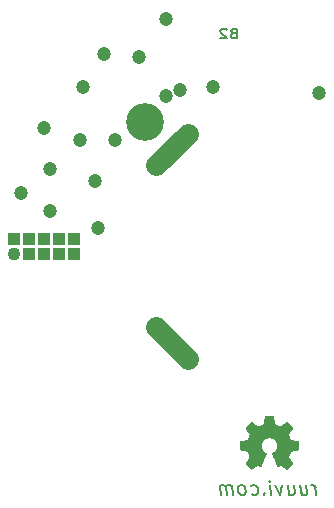
<source format=gbs>
G04 #@! TF.FileFunction,Soldermask,Bot*
%FSLAX46Y46*%
G04 Gerber Fmt 4.6, Leading zero omitted, Abs format (unit mm)*
G04 Created by KiCad (PCBNEW 4.0.1-stable) date 2016 January 16, Saturday 00:12:44*
%MOMM*%
G01*
G04 APERTURE LIST*
%ADD10C,0.020000*%
%ADD11C,0.150000*%
%ADD12C,0.200000*%
%ADD13C,0.010000*%
%ADD14C,1.200000*%
%ADD15C,3.200000*%
%ADD16C,1.100000*%
%ADD17R,1.000000X1.000000*%
%ADD18C,1.800000*%
G04 APERTURE END LIST*
D10*
D11*
X19474285Y-4712857D02*
X19345714Y-4750952D01*
X19302857Y-4789048D01*
X19260000Y-4865238D01*
X19260000Y-4979524D01*
X19302857Y-5055714D01*
X19345714Y-5093810D01*
X19431428Y-5131905D01*
X19774285Y-5131905D01*
X19774285Y-4331905D01*
X19474285Y-4331905D01*
X19388571Y-4370000D01*
X19345714Y-4408095D01*
X19302857Y-4484286D01*
X19302857Y-4560476D01*
X19345714Y-4636667D01*
X19388571Y-4674762D01*
X19474285Y-4712857D01*
X19774285Y-4712857D01*
X18917142Y-4408095D02*
X18874285Y-4370000D01*
X18788571Y-4331905D01*
X18574285Y-4331905D01*
X18488571Y-4370000D01*
X18445714Y-4408095D01*
X18402857Y-4484286D01*
X18402857Y-4560476D01*
X18445714Y-4674762D01*
X18960000Y-5131905D01*
X18402857Y-5131905D01*
D12*
X26525000Y-43792857D02*
X26425000Y-42992857D01*
X26453572Y-43221429D02*
X26382143Y-43107143D01*
X26317857Y-43050000D01*
X26196428Y-42992857D01*
X26082143Y-42992857D01*
X25167857Y-42992857D02*
X25267857Y-43792857D01*
X25682143Y-42992857D02*
X25760715Y-43621429D01*
X25717857Y-43735714D01*
X25610714Y-43792857D01*
X25439286Y-43792857D01*
X25317857Y-43735714D01*
X25253571Y-43678571D01*
X24082143Y-42992857D02*
X24182143Y-43792857D01*
X24596429Y-42992857D02*
X24675001Y-43621429D01*
X24632143Y-43735714D01*
X24525000Y-43792857D01*
X24353572Y-43792857D01*
X24232143Y-43735714D01*
X24167857Y-43678571D01*
X23625000Y-42992857D02*
X23439286Y-43792857D01*
X23053572Y-42992857D01*
X22696429Y-43792857D02*
X22596429Y-42992857D01*
X22546429Y-42592857D02*
X22610715Y-42650000D01*
X22560715Y-42707143D01*
X22496429Y-42650000D01*
X22546429Y-42592857D01*
X22560715Y-42707143D01*
X22110714Y-43678571D02*
X22060714Y-43735714D01*
X22125000Y-43792857D01*
X22175000Y-43735714D01*
X22110714Y-43678571D01*
X22125000Y-43792857D01*
X21032142Y-43735714D02*
X21153571Y-43792857D01*
X21382142Y-43792857D01*
X21489285Y-43735714D01*
X21539285Y-43678571D01*
X21582143Y-43564286D01*
X21539286Y-43221429D01*
X21467857Y-43107143D01*
X21403571Y-43050000D01*
X21282142Y-42992857D01*
X21053571Y-42992857D01*
X20946428Y-43050000D01*
X20353571Y-43792857D02*
X20460714Y-43735714D01*
X20510714Y-43678571D01*
X20553572Y-43564286D01*
X20510715Y-43221429D01*
X20439286Y-43107143D01*
X20375000Y-43050000D01*
X20253571Y-42992857D01*
X20082143Y-42992857D01*
X19975000Y-43050000D01*
X19925000Y-43107143D01*
X19882143Y-43221429D01*
X19925000Y-43564286D01*
X19996428Y-43678571D01*
X20060714Y-43735714D01*
X20182143Y-43792857D01*
X20353571Y-43792857D01*
X19439286Y-43792857D02*
X19339286Y-42992857D01*
X19353572Y-43107143D02*
X19289286Y-43050000D01*
X19167857Y-42992857D01*
X18996429Y-42992857D01*
X18889286Y-43050000D01*
X18846429Y-43164286D01*
X18925000Y-43792857D01*
X18846429Y-43164286D02*
X18775000Y-43050000D01*
X18653571Y-42992857D01*
X18482143Y-42992857D01*
X18375000Y-43050000D01*
X18332143Y-43164286D01*
X18410714Y-43792857D01*
D13*
G36*
X22433027Y-37158510D02*
X22371871Y-37158693D01*
X22318569Y-37158997D01*
X22273255Y-37159420D01*
X22236067Y-37159958D01*
X22207138Y-37160612D01*
X22186606Y-37161378D01*
X22174606Y-37162256D01*
X22171412Y-37162902D01*
X22164870Y-37169889D01*
X22159471Y-37181364D01*
X22158784Y-37183704D01*
X22157284Y-37190646D01*
X22154331Y-37205472D01*
X22150061Y-37227451D01*
X22144615Y-37255853D01*
X22138129Y-37289948D01*
X22130744Y-37329007D01*
X22122597Y-37372299D01*
X22113826Y-37419096D01*
X22104571Y-37468667D01*
X22097106Y-37508782D01*
X22086086Y-37568010D01*
X22076517Y-37619231D01*
X22068267Y-37663052D01*
X22061208Y-37700079D01*
X22055208Y-37730921D01*
X22050137Y-37756184D01*
X22045866Y-37776476D01*
X22042265Y-37792403D01*
X22039202Y-37804574D01*
X22036547Y-37813595D01*
X22034172Y-37820074D01*
X22031945Y-37824618D01*
X22029736Y-37827834D01*
X22028384Y-37829359D01*
X22019129Y-37836247D01*
X22003452Y-37844948D01*
X21983228Y-37854482D01*
X21968387Y-37860719D01*
X21953612Y-37866681D01*
X21931904Y-37875489D01*
X21904436Y-37886665D01*
X21872381Y-37899731D01*
X21836908Y-37914210D01*
X21799192Y-37929625D01*
X21760402Y-37945496D01*
X21746758Y-37951083D01*
X21704189Y-37968478D01*
X21668939Y-37982768D01*
X21640244Y-37994227D01*
X21617342Y-38003129D01*
X21599471Y-38009746D01*
X21585867Y-38014352D01*
X21575769Y-38017221D01*
X21568413Y-38018625D01*
X21563037Y-38018839D01*
X21559374Y-38018269D01*
X21553480Y-38015236D01*
X21540983Y-38007623D01*
X21522485Y-37995827D01*
X21498588Y-37980250D01*
X21469894Y-37961291D01*
X21437004Y-37939348D01*
X21400520Y-37914823D01*
X21361045Y-37888114D01*
X21319180Y-37859621D01*
X21278476Y-37831767D01*
X21224199Y-37794594D01*
X21176735Y-37762231D01*
X21135735Y-37734451D01*
X21100849Y-37711023D01*
X21071728Y-37691718D01*
X21048021Y-37676308D01*
X21029379Y-37664563D01*
X21015452Y-37656253D01*
X21005890Y-37651150D01*
X21000344Y-37649024D01*
X20999510Y-37648931D01*
X20996403Y-37649649D01*
X20991912Y-37652068D01*
X20985623Y-37656581D01*
X20977119Y-37663582D01*
X20965984Y-37673468D01*
X20951802Y-37686631D01*
X20934158Y-37703467D01*
X20912636Y-37724369D01*
X20886818Y-37749734D01*
X20856291Y-37779954D01*
X20820636Y-37815425D01*
X20779440Y-37856541D01*
X20757608Y-37878364D01*
X20714263Y-37921731D01*
X20676722Y-37959358D01*
X20644575Y-37991678D01*
X20617416Y-38019125D01*
X20594836Y-38042133D01*
X20576426Y-38061138D01*
X20561780Y-38076572D01*
X20550488Y-38088870D01*
X20542142Y-38098466D01*
X20536335Y-38105795D01*
X20532659Y-38111290D01*
X20530704Y-38115386D01*
X20530064Y-38118517D01*
X20530172Y-38120321D01*
X20532975Y-38126113D01*
X20540388Y-38138492D01*
X20552012Y-38156857D01*
X20567451Y-38180608D01*
X20586308Y-38209145D01*
X20608185Y-38241867D01*
X20632686Y-38278174D01*
X20659412Y-38317465D01*
X20687968Y-38359141D01*
X20693390Y-38367022D01*
X20729606Y-38419620D01*
X20761182Y-38465486D01*
X20788436Y-38505106D01*
X20811684Y-38538971D01*
X20831245Y-38567568D01*
X20847434Y-38591386D01*
X20860570Y-38610912D01*
X20870968Y-38626636D01*
X20878947Y-38639046D01*
X20884823Y-38648630D01*
X20888914Y-38655877D01*
X20891537Y-38661274D01*
X20893008Y-38665311D01*
X20893645Y-38668475D01*
X20893765Y-38671255D01*
X20893685Y-38674139D01*
X20893669Y-38675456D01*
X20891939Y-38682860D01*
X20887009Y-38697343D01*
X20879268Y-38717993D01*
X20869107Y-38743899D01*
X20856915Y-38774150D01*
X20843081Y-38807836D01*
X20827995Y-38844044D01*
X20812047Y-38881865D01*
X20795625Y-38920387D01*
X20779121Y-38958699D01*
X20762924Y-38995891D01*
X20747422Y-39031050D01*
X20733006Y-39063267D01*
X20720065Y-39091630D01*
X20708990Y-39115228D01*
X20700169Y-39133150D01*
X20693992Y-39144485D01*
X20691653Y-39147813D01*
X20687810Y-39151334D01*
X20682870Y-39154538D01*
X20675989Y-39157629D01*
X20666328Y-39160808D01*
X20653044Y-39164278D01*
X20635296Y-39168242D01*
X20612242Y-39172902D01*
X20583041Y-39178460D01*
X20546850Y-39185118D01*
X20505224Y-39192649D01*
X20490130Y-39195389D01*
X20468350Y-39199374D01*
X20441809Y-39204248D01*
X20412432Y-39209660D01*
X20382145Y-39215254D01*
X20376034Y-39216385D01*
X20342634Y-39222562D01*
X20303564Y-39229778D01*
X20261769Y-39237492D01*
X20220193Y-39245158D01*
X20181782Y-39252235D01*
X20172972Y-39253857D01*
X20136408Y-39260676D01*
X20107522Y-39266313D01*
X20085350Y-39271023D01*
X20068930Y-39275061D01*
X20057300Y-39278682D01*
X20049497Y-39282143D01*
X20044559Y-39285697D01*
X20042179Y-39288543D01*
X20041642Y-39293620D01*
X20041151Y-39306616D01*
X20040707Y-39326692D01*
X20040310Y-39353006D01*
X20039962Y-39384721D01*
X20039663Y-39420996D01*
X20039414Y-39460991D01*
X20039216Y-39503867D01*
X20039070Y-39548785D01*
X20038976Y-39594904D01*
X20038935Y-39641385D01*
X20038949Y-39687388D01*
X20039018Y-39732074D01*
X20039143Y-39774603D01*
X20039324Y-39814135D01*
X20039563Y-39849830D01*
X20039860Y-39880850D01*
X20040217Y-39906354D01*
X20040633Y-39925503D01*
X20041110Y-39937457D01*
X20041532Y-39941263D01*
X20047562Y-39949294D01*
X20051855Y-39952389D01*
X20057350Y-39953858D01*
X20070740Y-39956771D01*
X20091307Y-39960987D01*
X20118330Y-39966368D01*
X20151090Y-39972773D01*
X20188870Y-39980063D01*
X20230949Y-39988096D01*
X20276608Y-39996734D01*
X20325128Y-40005836D01*
X20355890Y-40011568D01*
X20405870Y-40020886D01*
X20453479Y-40029815D01*
X20497992Y-40038214D01*
X20538684Y-40045945D01*
X20574828Y-40052869D01*
X20605699Y-40058845D01*
X20630573Y-40063735D01*
X20648722Y-40067399D01*
X20659422Y-40069698D01*
X20661972Y-40070367D01*
X20672784Y-40076725D01*
X20678907Y-40082230D01*
X20681811Y-40087686D01*
X20687635Y-40100546D01*
X20696073Y-40120073D01*
X20706817Y-40145529D01*
X20719561Y-40176176D01*
X20733997Y-40211277D01*
X20749818Y-40250093D01*
X20766719Y-40291887D01*
X20783297Y-40333184D01*
X20804829Y-40387165D01*
X20823190Y-40433541D01*
X20838558Y-40472798D01*
X20851115Y-40505424D01*
X20861041Y-40531904D01*
X20868517Y-40552726D01*
X20873724Y-40568375D01*
X20876842Y-40579338D01*
X20878052Y-40586101D01*
X20877979Y-40588164D01*
X20874929Y-40594518D01*
X20867095Y-40607631D01*
X20854743Y-40627104D01*
X20838140Y-40652542D01*
X20817551Y-40683546D01*
X20793244Y-40719720D01*
X20765485Y-40760666D01*
X20734540Y-40805988D01*
X20700676Y-40855287D01*
X20664159Y-40908167D01*
X20637543Y-40946552D01*
X20611132Y-40984643D01*
X20589343Y-41016255D01*
X20571755Y-41042071D01*
X20557950Y-41062773D01*
X20547505Y-41079044D01*
X20540001Y-41091565D01*
X20535016Y-41101020D01*
X20532132Y-41108091D01*
X20530926Y-41113461D01*
X20530980Y-41117811D01*
X20531205Y-41119154D01*
X20533164Y-41123233D01*
X20538127Y-41130008D01*
X20546432Y-41139829D01*
X20558415Y-41153046D01*
X20574414Y-41170008D01*
X20594765Y-41191065D01*
X20619806Y-41216567D01*
X20649874Y-41246863D01*
X20685305Y-41282303D01*
X20726438Y-41323238D01*
X20760403Y-41356934D01*
X20797518Y-41393649D01*
X20832943Y-41428564D01*
X20866170Y-41461185D01*
X20896690Y-41491020D01*
X20923997Y-41517576D01*
X20947582Y-41540361D01*
X20966937Y-41558883D01*
X20981554Y-41572648D01*
X20990927Y-41581164D01*
X20994446Y-41583930D01*
X21003924Y-41583921D01*
X21011963Y-41581161D01*
X21017293Y-41577800D01*
X21029191Y-41569930D01*
X21047001Y-41557995D01*
X21070067Y-41542440D01*
X21097734Y-41523708D01*
X21129345Y-41502243D01*
X21164244Y-41478490D01*
X21201776Y-41452893D01*
X21241286Y-41425895D01*
X21243138Y-41424629D01*
X21283142Y-41397265D01*
X21321516Y-41371019D01*
X21357559Y-41346369D01*
X21390569Y-41323795D01*
X21419847Y-41303776D01*
X21444692Y-41286790D01*
X21464403Y-41273316D01*
X21478280Y-41263835D01*
X21485586Y-41258848D01*
X21495365Y-41252454D01*
X21504196Y-41247867D01*
X21513066Y-41245354D01*
X21522962Y-41245185D01*
X21534873Y-41247626D01*
X21549785Y-41252947D01*
X21568686Y-41261414D01*
X21592563Y-41273297D01*
X21622405Y-41288863D01*
X21649968Y-41303475D01*
X21678939Y-41318696D01*
X21705780Y-41332465D01*
X21729416Y-41344256D01*
X21748772Y-41353545D01*
X21762775Y-41359807D01*
X21770350Y-41362516D01*
X21770957Y-41362586D01*
X21777992Y-41361656D01*
X21783633Y-41357811D01*
X21789145Y-41349469D01*
X21795790Y-41335047D01*
X21798913Y-41327552D01*
X21803044Y-41317534D01*
X21810352Y-41299854D01*
X21820659Y-41274943D01*
X21833789Y-41243229D01*
X21849562Y-41205140D01*
X21867802Y-41161107D01*
X21888330Y-41111559D01*
X21910969Y-41056924D01*
X21935541Y-40997631D01*
X21961868Y-40934111D01*
X21989772Y-40866792D01*
X22019075Y-40796102D01*
X22049600Y-40722472D01*
X22051112Y-40718827D01*
X22079558Y-40650199D01*
X22104824Y-40589199D01*
X22127094Y-40535370D01*
X22146552Y-40488254D01*
X22163381Y-40447393D01*
X22177766Y-40412329D01*
X22189891Y-40382604D01*
X22199940Y-40357759D01*
X22208096Y-40337338D01*
X22214545Y-40320882D01*
X22219469Y-40307933D01*
X22223052Y-40298034D01*
X22225479Y-40290725D01*
X22226934Y-40285550D01*
X22227601Y-40282050D01*
X22227664Y-40279767D01*
X22227627Y-40279467D01*
X22225879Y-40274518D01*
X22221373Y-40268773D01*
X22213121Y-40261411D01*
X22200134Y-40251613D01*
X22181421Y-40238560D01*
X22164095Y-40226852D01*
X22103300Y-40183788D01*
X22050252Y-40141113D01*
X22004040Y-40097900D01*
X21963753Y-40053221D01*
X21928479Y-40006149D01*
X21897308Y-39955755D01*
X21896681Y-39954638D01*
X21863120Y-39885872D01*
X21837677Y-39814440D01*
X21820376Y-39741022D01*
X21811242Y-39666297D01*
X21810298Y-39590946D01*
X21817568Y-39515649D01*
X21833077Y-39441085D01*
X21856849Y-39367934D01*
X21874488Y-39326300D01*
X21889201Y-39297710D01*
X21908280Y-39265439D01*
X21929993Y-39232090D01*
X21952608Y-39200269D01*
X21974392Y-39172579D01*
X21984248Y-39161298D01*
X22041501Y-39104871D01*
X22103140Y-39055987D01*
X22169028Y-39014729D01*
X22239025Y-38981176D01*
X22312993Y-38955411D01*
X22355740Y-38944494D01*
X22371975Y-38941058D01*
X22386918Y-38938479D01*
X22402253Y-38936637D01*
X22419664Y-38935414D01*
X22440833Y-38934689D01*
X22467446Y-38934344D01*
X22500000Y-38934258D01*
X22533515Y-38934351D01*
X22559954Y-38934709D01*
X22580998Y-38935450D01*
X22598327Y-38936693D01*
X22613623Y-38938558D01*
X22628567Y-38941163D01*
X22643994Y-38944437D01*
X22719608Y-38965700D01*
X22791159Y-38994494D01*
X22858235Y-39030389D01*
X22920424Y-39072953D01*
X22977312Y-39121757D01*
X23028489Y-39176369D01*
X23073540Y-39236360D01*
X23112054Y-39301298D01*
X23143619Y-39370754D01*
X23167822Y-39444295D01*
X23181602Y-39505758D01*
X23185479Y-39534863D01*
X23187999Y-39569715D01*
X23189162Y-39607796D01*
X23188968Y-39646588D01*
X23187418Y-39683576D01*
X23184512Y-39716240D01*
X23181579Y-39735672D01*
X23169346Y-39788785D01*
X23152955Y-39842456D01*
X23133343Y-39894122D01*
X23111444Y-39941223D01*
X23097056Y-39967128D01*
X23063691Y-40017819D01*
X23026052Y-40065264D01*
X22983196Y-40110403D01*
X22934178Y-40154174D01*
X22878054Y-40197517D01*
X22835904Y-40226852D01*
X22812520Y-40242717D01*
X22795565Y-40254745D01*
X22784048Y-40263754D01*
X22776982Y-40270564D01*
X22773375Y-40275995D01*
X22772372Y-40279467D01*
X22772350Y-40281588D01*
X22772901Y-40284849D01*
X22774209Y-40289707D01*
X22776458Y-40296621D01*
X22779832Y-40306048D01*
X22784515Y-40318446D01*
X22790691Y-40334274D01*
X22798544Y-40353989D01*
X22808258Y-40378049D01*
X22820018Y-40406912D01*
X22834006Y-40441036D01*
X22850407Y-40480880D01*
X22869405Y-40526900D01*
X22891183Y-40579556D01*
X22915927Y-40639304D01*
X22943820Y-40706604D01*
X22948888Y-40718827D01*
X22979468Y-40792589D01*
X23008835Y-40863431D01*
X23036811Y-40930924D01*
X23063218Y-40994639D01*
X23087879Y-41054147D01*
X23110616Y-41109018D01*
X23131251Y-41158824D01*
X23149606Y-41203135D01*
X23165504Y-41241522D01*
X23178766Y-41273556D01*
X23189215Y-41298808D01*
X23196673Y-41316848D01*
X23200962Y-41327248D01*
X23201086Y-41327552D01*
X23208503Y-41344732D01*
X23214301Y-41355224D01*
X23219743Y-41360610D01*
X23226093Y-41362473D01*
X23229042Y-41362586D01*
X23235318Y-41360587D01*
X23248220Y-41354939D01*
X23266673Y-41346167D01*
X23289602Y-41334796D01*
X23315935Y-41321351D01*
X23344595Y-41306358D01*
X23350031Y-41303475D01*
X23385396Y-41284838D01*
X23413903Y-41270195D01*
X23436305Y-41259195D01*
X23453350Y-41251490D01*
X23465789Y-41246732D01*
X23474372Y-41244572D01*
X23477171Y-41244354D01*
X23488944Y-41246163D01*
X23502879Y-41252190D01*
X23520950Y-41263311D01*
X23523154Y-41264801D01*
X23532452Y-41271144D01*
X23548192Y-41281901D01*
X23569592Y-41296536D01*
X23595868Y-41314515D01*
X23626237Y-41335300D01*
X23659917Y-41358356D01*
X23696123Y-41383147D01*
X23734074Y-41409138D01*
X23754672Y-41423247D01*
X23802593Y-41456060D01*
X23843802Y-41484245D01*
X23878801Y-41508139D01*
X23908095Y-41528079D01*
X23932186Y-41544400D01*
X23951579Y-41557441D01*
X23966775Y-41567537D01*
X23978280Y-41575024D01*
X23986596Y-41580241D01*
X23992226Y-41583522D01*
X23995674Y-41585206D01*
X23997443Y-41585628D01*
X23997486Y-41585623D01*
X24003173Y-41583915D01*
X24007351Y-41582339D01*
X24012012Y-41578660D01*
X24022236Y-41569370D01*
X24037415Y-41555072D01*
X24056939Y-41536367D01*
X24080201Y-41513860D01*
X24106592Y-41488154D01*
X24135504Y-41459852D01*
X24166327Y-41429557D01*
X24198455Y-41397872D01*
X24231278Y-41365401D01*
X24264187Y-41332746D01*
X24296575Y-41300511D01*
X24327833Y-41269299D01*
X24357352Y-41239714D01*
X24384524Y-41212357D01*
X24408741Y-41187833D01*
X24429394Y-41166745D01*
X24445875Y-41149696D01*
X24457574Y-41137289D01*
X24463885Y-41130127D01*
X24464738Y-41128916D01*
X24468779Y-41117167D01*
X24469041Y-41106993D01*
X24465947Y-41100809D01*
X24458559Y-41088599D01*
X24447616Y-41071506D01*
X24433856Y-41050672D01*
X24418019Y-41027240D01*
X24408469Y-41013337D01*
X24387438Y-40982871D01*
X24363922Y-40948760D01*
X24339785Y-40913709D01*
X24316889Y-40880422D01*
X24297095Y-40851603D01*
X24296907Y-40851329D01*
X24277332Y-40822804D01*
X24254615Y-40789711D01*
X24230577Y-40754701D01*
X24207036Y-40720424D01*
X24185813Y-40689530D01*
X24184657Y-40687848D01*
X24167822Y-40662971D01*
X24152610Y-40639783D01*
X24139769Y-40619476D01*
X24130042Y-40603246D01*
X24124175Y-40592285D01*
X24122829Y-40588792D01*
X24122687Y-40584716D01*
X24123760Y-40578258D01*
X24126264Y-40568825D01*
X24130416Y-40555829D01*
X24136433Y-40538679D01*
X24144532Y-40516784D01*
X24154930Y-40489555D01*
X24167844Y-40456401D01*
X24183491Y-40416731D01*
X24202087Y-40369957D01*
X24216874Y-40332926D01*
X24234427Y-40289127D01*
X24251114Y-40247681D01*
X24266638Y-40209315D01*
X24280700Y-40174757D01*
X24293002Y-40144737D01*
X24303245Y-40119981D01*
X24311131Y-40101219D01*
X24316362Y-40089179D01*
X24318596Y-40084634D01*
X24324918Y-40078832D01*
X24334379Y-40073658D01*
X24348141Y-40068752D01*
X24367363Y-40063754D01*
X24393206Y-40058301D01*
X24418835Y-40053479D01*
X24472176Y-40043736D01*
X24525962Y-40033839D01*
X24579483Y-40023922D01*
X24632033Y-40014121D01*
X24682903Y-40004571D01*
X24731385Y-39995407D01*
X24776772Y-39986765D01*
X24818354Y-39978780D01*
X24855424Y-39971587D01*
X24887274Y-39965321D01*
X24913196Y-39960117D01*
X24932483Y-39956111D01*
X24944425Y-39953439D01*
X24948209Y-39952354D01*
X24956035Y-39945414D01*
X24958467Y-39941263D01*
X24958993Y-39935602D01*
X24959458Y-39922080D01*
X24959862Y-39901539D01*
X24960206Y-39874817D01*
X24960491Y-39842754D01*
X24960718Y-39806190D01*
X24960887Y-39765964D01*
X24961000Y-39722917D01*
X24961057Y-39677888D01*
X24961060Y-39631716D01*
X24961008Y-39585241D01*
X24960903Y-39539303D01*
X24960746Y-39494741D01*
X24960537Y-39452396D01*
X24960278Y-39413106D01*
X24959969Y-39377712D01*
X24959610Y-39347053D01*
X24959204Y-39321968D01*
X24958750Y-39303298D01*
X24958249Y-39291882D01*
X24957820Y-39288543D01*
X24954385Y-39284755D01*
X24948798Y-39281249D01*
X24940098Y-39277772D01*
X24927321Y-39274067D01*
X24909506Y-39269880D01*
X24885690Y-39264955D01*
X24854911Y-39259036D01*
X24827027Y-39253857D01*
X24789874Y-39247014D01*
X24748817Y-39239445D01*
X24706800Y-39231692D01*
X24666768Y-39224299D01*
X24631666Y-39217810D01*
X24623965Y-39216385D01*
X24593728Y-39210797D01*
X24564009Y-39205319D01*
X24536734Y-39200306D01*
X24513828Y-39196112D01*
X24497215Y-39193089D01*
X24494775Y-39192649D01*
X24451165Y-39184757D01*
X24415342Y-39178158D01*
X24386467Y-39172649D01*
X24363697Y-39168029D01*
X24346190Y-39164094D01*
X24333105Y-39160642D01*
X24323600Y-39157472D01*
X24316834Y-39154380D01*
X24311965Y-39151163D01*
X24308333Y-39147813D01*
X24303972Y-39141020D01*
X24296734Y-39127095D01*
X24287007Y-39106943D01*
X24275178Y-39081471D01*
X24261635Y-39051587D01*
X24246767Y-39018196D01*
X24230961Y-38982206D01*
X24214605Y-38944523D01*
X24198088Y-38906054D01*
X24181797Y-38867706D01*
X24166120Y-38830385D01*
X24151444Y-38794999D01*
X24138159Y-38762453D01*
X24126651Y-38733655D01*
X24117310Y-38709511D01*
X24110522Y-38690928D01*
X24106675Y-38678813D01*
X24105937Y-38674743D01*
X24105980Y-38671752D01*
X24106133Y-38668974D01*
X24106717Y-38665921D01*
X24108049Y-38662103D01*
X24110447Y-38657033D01*
X24114228Y-38650223D01*
X24119713Y-38641183D01*
X24127217Y-38629425D01*
X24137060Y-38614462D01*
X24149560Y-38595803D01*
X24165034Y-38572962D01*
X24183802Y-38545450D01*
X24206180Y-38512777D01*
X24232487Y-38474457D01*
X24263042Y-38429999D01*
X24298162Y-38378917D01*
X24306659Y-38366557D01*
X24334513Y-38325901D01*
X24360909Y-38287107D01*
X24385420Y-38250817D01*
X24407620Y-38217676D01*
X24427082Y-38188327D01*
X24443382Y-38163413D01*
X24456092Y-38143579D01*
X24464788Y-38129467D01*
X24469042Y-38121722D01*
X24469385Y-38120755D01*
X24469610Y-38118079D01*
X24468979Y-38114934D01*
X24467081Y-38110883D01*
X24463507Y-38105489D01*
X24457849Y-38098316D01*
X24449696Y-38088925D01*
X24438639Y-38076880D01*
X24424269Y-38061743D01*
X24406177Y-38043078D01*
X24383953Y-38020447D01*
X24357188Y-37993414D01*
X24325473Y-37961541D01*
X24288398Y-37924391D01*
X24245553Y-37881526D01*
X24242454Y-37878427D01*
X24198751Y-37834756D01*
X24160786Y-37796903D01*
X24128131Y-37764464D01*
X24100361Y-37737037D01*
X24077048Y-37714216D01*
X24057765Y-37695599D01*
X24042086Y-37680782D01*
X24029584Y-37669361D01*
X24019831Y-37660934D01*
X24012401Y-37655095D01*
X24006867Y-37651442D01*
X24002802Y-37649572D01*
X23999867Y-37649078D01*
X23995497Y-37650308D01*
X23987727Y-37654108D01*
X23976165Y-37660731D01*
X23960425Y-37670433D01*
X23940115Y-37683469D01*
X23914847Y-37700094D01*
X23884232Y-37720565D01*
X23847881Y-37745135D01*
X23805405Y-37774060D01*
X23756413Y-37807595D01*
X23719638Y-37832848D01*
X23676083Y-37862701D01*
X23634382Y-37891117D01*
X23595132Y-37917700D01*
X23558930Y-37942054D01*
X23526373Y-37963781D01*
X23498058Y-37982485D01*
X23474582Y-37997770D01*
X23456541Y-38009238D01*
X23444534Y-38016494D01*
X23439251Y-38019125D01*
X23434434Y-38019197D01*
X23426848Y-38017779D01*
X23415807Y-38014619D01*
X23400624Y-38009465D01*
X23380612Y-38002067D01*
X23355083Y-37992173D01*
X23323350Y-37979530D01*
X23284727Y-37963888D01*
X23253130Y-37950981D01*
X23214253Y-37935069D01*
X23176036Y-37919448D01*
X23139652Y-37904595D01*
X23106275Y-37890987D01*
X23077075Y-37879103D01*
X23053225Y-37869420D01*
X23035899Y-37862417D01*
X23031612Y-37860695D01*
X23009376Y-37851139D01*
X22990494Y-37841781D01*
X22976833Y-37833598D01*
X22971637Y-37829370D01*
X22969024Y-37826222D01*
X22966534Y-37821998D01*
X22964005Y-37815978D01*
X22961276Y-37807443D01*
X22958186Y-37795672D01*
X22954572Y-37779946D01*
X22950274Y-37759544D01*
X22945129Y-37733746D01*
X22938978Y-37701833D01*
X22931657Y-37663083D01*
X22923005Y-37616778D01*
X22918396Y-37592000D01*
X22910207Y-37547962D01*
X22902381Y-37505928D01*
X22895087Y-37466802D01*
X22888494Y-37431486D01*
X22882770Y-37400882D01*
X22878084Y-37375895D01*
X22874605Y-37357426D01*
X22872502Y-37346380D01*
X22872149Y-37344569D01*
X22869079Y-37328801D01*
X22865261Y-37308847D01*
X22861673Y-37289827D01*
X22857899Y-37269676D01*
X22853342Y-37245386D01*
X22848842Y-37221428D01*
X22847761Y-37215677D01*
X22842739Y-37192973D01*
X22837448Y-37176199D01*
X22832323Y-37166717D01*
X22832031Y-37166410D01*
X22830176Y-37164905D01*
X22827431Y-37163602D01*
X22823196Y-37162486D01*
X22816866Y-37161544D01*
X22807839Y-37160760D01*
X22795513Y-37160121D01*
X22779285Y-37159611D01*
X22758553Y-37159216D01*
X22732714Y-37158921D01*
X22701166Y-37158713D01*
X22663305Y-37158576D01*
X22618530Y-37158496D01*
X22566238Y-37158458D01*
X22505827Y-37158448D01*
X22501901Y-37158448D01*
X22433027Y-37158510D01*
X22433027Y-37158510D01*
G37*
X22433027Y-37158510D02*
X22371871Y-37158693D01*
X22318569Y-37158997D01*
X22273255Y-37159420D01*
X22236067Y-37159958D01*
X22207138Y-37160612D01*
X22186606Y-37161378D01*
X22174606Y-37162256D01*
X22171412Y-37162902D01*
X22164870Y-37169889D01*
X22159471Y-37181364D01*
X22158784Y-37183704D01*
X22157284Y-37190646D01*
X22154331Y-37205472D01*
X22150061Y-37227451D01*
X22144615Y-37255853D01*
X22138129Y-37289948D01*
X22130744Y-37329007D01*
X22122597Y-37372299D01*
X22113826Y-37419096D01*
X22104571Y-37468667D01*
X22097106Y-37508782D01*
X22086086Y-37568010D01*
X22076517Y-37619231D01*
X22068267Y-37663052D01*
X22061208Y-37700079D01*
X22055208Y-37730921D01*
X22050137Y-37756184D01*
X22045866Y-37776476D01*
X22042265Y-37792403D01*
X22039202Y-37804574D01*
X22036547Y-37813595D01*
X22034172Y-37820074D01*
X22031945Y-37824618D01*
X22029736Y-37827834D01*
X22028384Y-37829359D01*
X22019129Y-37836247D01*
X22003452Y-37844948D01*
X21983228Y-37854482D01*
X21968387Y-37860719D01*
X21953612Y-37866681D01*
X21931904Y-37875489D01*
X21904436Y-37886665D01*
X21872381Y-37899731D01*
X21836908Y-37914210D01*
X21799192Y-37929625D01*
X21760402Y-37945496D01*
X21746758Y-37951083D01*
X21704189Y-37968478D01*
X21668939Y-37982768D01*
X21640244Y-37994227D01*
X21617342Y-38003129D01*
X21599471Y-38009746D01*
X21585867Y-38014352D01*
X21575769Y-38017221D01*
X21568413Y-38018625D01*
X21563037Y-38018839D01*
X21559374Y-38018269D01*
X21553480Y-38015236D01*
X21540983Y-38007623D01*
X21522485Y-37995827D01*
X21498588Y-37980250D01*
X21469894Y-37961291D01*
X21437004Y-37939348D01*
X21400520Y-37914823D01*
X21361045Y-37888114D01*
X21319180Y-37859621D01*
X21278476Y-37831767D01*
X21224199Y-37794594D01*
X21176735Y-37762231D01*
X21135735Y-37734451D01*
X21100849Y-37711023D01*
X21071728Y-37691718D01*
X21048021Y-37676308D01*
X21029379Y-37664563D01*
X21015452Y-37656253D01*
X21005890Y-37651150D01*
X21000344Y-37649024D01*
X20999510Y-37648931D01*
X20996403Y-37649649D01*
X20991912Y-37652068D01*
X20985623Y-37656581D01*
X20977119Y-37663582D01*
X20965984Y-37673468D01*
X20951802Y-37686631D01*
X20934158Y-37703467D01*
X20912636Y-37724369D01*
X20886818Y-37749734D01*
X20856291Y-37779954D01*
X20820636Y-37815425D01*
X20779440Y-37856541D01*
X20757608Y-37878364D01*
X20714263Y-37921731D01*
X20676722Y-37959358D01*
X20644575Y-37991678D01*
X20617416Y-38019125D01*
X20594836Y-38042133D01*
X20576426Y-38061138D01*
X20561780Y-38076572D01*
X20550488Y-38088870D01*
X20542142Y-38098466D01*
X20536335Y-38105795D01*
X20532659Y-38111290D01*
X20530704Y-38115386D01*
X20530064Y-38118517D01*
X20530172Y-38120321D01*
X20532975Y-38126113D01*
X20540388Y-38138492D01*
X20552012Y-38156857D01*
X20567451Y-38180608D01*
X20586308Y-38209145D01*
X20608185Y-38241867D01*
X20632686Y-38278174D01*
X20659412Y-38317465D01*
X20687968Y-38359141D01*
X20693390Y-38367022D01*
X20729606Y-38419620D01*
X20761182Y-38465486D01*
X20788436Y-38505106D01*
X20811684Y-38538971D01*
X20831245Y-38567568D01*
X20847434Y-38591386D01*
X20860570Y-38610912D01*
X20870968Y-38626636D01*
X20878947Y-38639046D01*
X20884823Y-38648630D01*
X20888914Y-38655877D01*
X20891537Y-38661274D01*
X20893008Y-38665311D01*
X20893645Y-38668475D01*
X20893765Y-38671255D01*
X20893685Y-38674139D01*
X20893669Y-38675456D01*
X20891939Y-38682860D01*
X20887009Y-38697343D01*
X20879268Y-38717993D01*
X20869107Y-38743899D01*
X20856915Y-38774150D01*
X20843081Y-38807836D01*
X20827995Y-38844044D01*
X20812047Y-38881865D01*
X20795625Y-38920387D01*
X20779121Y-38958699D01*
X20762924Y-38995891D01*
X20747422Y-39031050D01*
X20733006Y-39063267D01*
X20720065Y-39091630D01*
X20708990Y-39115228D01*
X20700169Y-39133150D01*
X20693992Y-39144485D01*
X20691653Y-39147813D01*
X20687810Y-39151334D01*
X20682870Y-39154538D01*
X20675989Y-39157629D01*
X20666328Y-39160808D01*
X20653044Y-39164278D01*
X20635296Y-39168242D01*
X20612242Y-39172902D01*
X20583041Y-39178460D01*
X20546850Y-39185118D01*
X20505224Y-39192649D01*
X20490130Y-39195389D01*
X20468350Y-39199374D01*
X20441809Y-39204248D01*
X20412432Y-39209660D01*
X20382145Y-39215254D01*
X20376034Y-39216385D01*
X20342634Y-39222562D01*
X20303564Y-39229778D01*
X20261769Y-39237492D01*
X20220193Y-39245158D01*
X20181782Y-39252235D01*
X20172972Y-39253857D01*
X20136408Y-39260676D01*
X20107522Y-39266313D01*
X20085350Y-39271023D01*
X20068930Y-39275061D01*
X20057300Y-39278682D01*
X20049497Y-39282143D01*
X20044559Y-39285697D01*
X20042179Y-39288543D01*
X20041642Y-39293620D01*
X20041151Y-39306616D01*
X20040707Y-39326692D01*
X20040310Y-39353006D01*
X20039962Y-39384721D01*
X20039663Y-39420996D01*
X20039414Y-39460991D01*
X20039216Y-39503867D01*
X20039070Y-39548785D01*
X20038976Y-39594904D01*
X20038935Y-39641385D01*
X20038949Y-39687388D01*
X20039018Y-39732074D01*
X20039143Y-39774603D01*
X20039324Y-39814135D01*
X20039563Y-39849830D01*
X20039860Y-39880850D01*
X20040217Y-39906354D01*
X20040633Y-39925503D01*
X20041110Y-39937457D01*
X20041532Y-39941263D01*
X20047562Y-39949294D01*
X20051855Y-39952389D01*
X20057350Y-39953858D01*
X20070740Y-39956771D01*
X20091307Y-39960987D01*
X20118330Y-39966368D01*
X20151090Y-39972773D01*
X20188870Y-39980063D01*
X20230949Y-39988096D01*
X20276608Y-39996734D01*
X20325128Y-40005836D01*
X20355890Y-40011568D01*
X20405870Y-40020886D01*
X20453479Y-40029815D01*
X20497992Y-40038214D01*
X20538684Y-40045945D01*
X20574828Y-40052869D01*
X20605699Y-40058845D01*
X20630573Y-40063735D01*
X20648722Y-40067399D01*
X20659422Y-40069698D01*
X20661972Y-40070367D01*
X20672784Y-40076725D01*
X20678907Y-40082230D01*
X20681811Y-40087686D01*
X20687635Y-40100546D01*
X20696073Y-40120073D01*
X20706817Y-40145529D01*
X20719561Y-40176176D01*
X20733997Y-40211277D01*
X20749818Y-40250093D01*
X20766719Y-40291887D01*
X20783297Y-40333184D01*
X20804829Y-40387165D01*
X20823190Y-40433541D01*
X20838558Y-40472798D01*
X20851115Y-40505424D01*
X20861041Y-40531904D01*
X20868517Y-40552726D01*
X20873724Y-40568375D01*
X20876842Y-40579338D01*
X20878052Y-40586101D01*
X20877979Y-40588164D01*
X20874929Y-40594518D01*
X20867095Y-40607631D01*
X20854743Y-40627104D01*
X20838140Y-40652542D01*
X20817551Y-40683546D01*
X20793244Y-40719720D01*
X20765485Y-40760666D01*
X20734540Y-40805988D01*
X20700676Y-40855287D01*
X20664159Y-40908167D01*
X20637543Y-40946552D01*
X20611132Y-40984643D01*
X20589343Y-41016255D01*
X20571755Y-41042071D01*
X20557950Y-41062773D01*
X20547505Y-41079044D01*
X20540001Y-41091565D01*
X20535016Y-41101020D01*
X20532132Y-41108091D01*
X20530926Y-41113461D01*
X20530980Y-41117811D01*
X20531205Y-41119154D01*
X20533164Y-41123233D01*
X20538127Y-41130008D01*
X20546432Y-41139829D01*
X20558415Y-41153046D01*
X20574414Y-41170008D01*
X20594765Y-41191065D01*
X20619806Y-41216567D01*
X20649874Y-41246863D01*
X20685305Y-41282303D01*
X20726438Y-41323238D01*
X20760403Y-41356934D01*
X20797518Y-41393649D01*
X20832943Y-41428564D01*
X20866170Y-41461185D01*
X20896690Y-41491020D01*
X20923997Y-41517576D01*
X20947582Y-41540361D01*
X20966937Y-41558883D01*
X20981554Y-41572648D01*
X20990927Y-41581164D01*
X20994446Y-41583930D01*
X21003924Y-41583921D01*
X21011963Y-41581161D01*
X21017293Y-41577800D01*
X21029191Y-41569930D01*
X21047001Y-41557995D01*
X21070067Y-41542440D01*
X21097734Y-41523708D01*
X21129345Y-41502243D01*
X21164244Y-41478490D01*
X21201776Y-41452893D01*
X21241286Y-41425895D01*
X21243138Y-41424629D01*
X21283142Y-41397265D01*
X21321516Y-41371019D01*
X21357559Y-41346369D01*
X21390569Y-41323795D01*
X21419847Y-41303776D01*
X21444692Y-41286790D01*
X21464403Y-41273316D01*
X21478280Y-41263835D01*
X21485586Y-41258848D01*
X21495365Y-41252454D01*
X21504196Y-41247867D01*
X21513066Y-41245354D01*
X21522962Y-41245185D01*
X21534873Y-41247626D01*
X21549785Y-41252947D01*
X21568686Y-41261414D01*
X21592563Y-41273297D01*
X21622405Y-41288863D01*
X21649968Y-41303475D01*
X21678939Y-41318696D01*
X21705780Y-41332465D01*
X21729416Y-41344256D01*
X21748772Y-41353545D01*
X21762775Y-41359807D01*
X21770350Y-41362516D01*
X21770957Y-41362586D01*
X21777992Y-41361656D01*
X21783633Y-41357811D01*
X21789145Y-41349469D01*
X21795790Y-41335047D01*
X21798913Y-41327552D01*
X21803044Y-41317534D01*
X21810352Y-41299854D01*
X21820659Y-41274943D01*
X21833789Y-41243229D01*
X21849562Y-41205140D01*
X21867802Y-41161107D01*
X21888330Y-41111559D01*
X21910969Y-41056924D01*
X21935541Y-40997631D01*
X21961868Y-40934111D01*
X21989772Y-40866792D01*
X22019075Y-40796102D01*
X22049600Y-40722472D01*
X22051112Y-40718827D01*
X22079558Y-40650199D01*
X22104824Y-40589199D01*
X22127094Y-40535370D01*
X22146552Y-40488254D01*
X22163381Y-40447393D01*
X22177766Y-40412329D01*
X22189891Y-40382604D01*
X22199940Y-40357759D01*
X22208096Y-40337338D01*
X22214545Y-40320882D01*
X22219469Y-40307933D01*
X22223052Y-40298034D01*
X22225479Y-40290725D01*
X22226934Y-40285550D01*
X22227601Y-40282050D01*
X22227664Y-40279767D01*
X22227627Y-40279467D01*
X22225879Y-40274518D01*
X22221373Y-40268773D01*
X22213121Y-40261411D01*
X22200134Y-40251613D01*
X22181421Y-40238560D01*
X22164095Y-40226852D01*
X22103300Y-40183788D01*
X22050252Y-40141113D01*
X22004040Y-40097900D01*
X21963753Y-40053221D01*
X21928479Y-40006149D01*
X21897308Y-39955755D01*
X21896681Y-39954638D01*
X21863120Y-39885872D01*
X21837677Y-39814440D01*
X21820376Y-39741022D01*
X21811242Y-39666297D01*
X21810298Y-39590946D01*
X21817568Y-39515649D01*
X21833077Y-39441085D01*
X21856849Y-39367934D01*
X21874488Y-39326300D01*
X21889201Y-39297710D01*
X21908280Y-39265439D01*
X21929993Y-39232090D01*
X21952608Y-39200269D01*
X21974392Y-39172579D01*
X21984248Y-39161298D01*
X22041501Y-39104871D01*
X22103140Y-39055987D01*
X22169028Y-39014729D01*
X22239025Y-38981176D01*
X22312993Y-38955411D01*
X22355740Y-38944494D01*
X22371975Y-38941058D01*
X22386918Y-38938479D01*
X22402253Y-38936637D01*
X22419664Y-38935414D01*
X22440833Y-38934689D01*
X22467446Y-38934344D01*
X22500000Y-38934258D01*
X22533515Y-38934351D01*
X22559954Y-38934709D01*
X22580998Y-38935450D01*
X22598327Y-38936693D01*
X22613623Y-38938558D01*
X22628567Y-38941163D01*
X22643994Y-38944437D01*
X22719608Y-38965700D01*
X22791159Y-38994494D01*
X22858235Y-39030389D01*
X22920424Y-39072953D01*
X22977312Y-39121757D01*
X23028489Y-39176369D01*
X23073540Y-39236360D01*
X23112054Y-39301298D01*
X23143619Y-39370754D01*
X23167822Y-39444295D01*
X23181602Y-39505758D01*
X23185479Y-39534863D01*
X23187999Y-39569715D01*
X23189162Y-39607796D01*
X23188968Y-39646588D01*
X23187418Y-39683576D01*
X23184512Y-39716240D01*
X23181579Y-39735672D01*
X23169346Y-39788785D01*
X23152955Y-39842456D01*
X23133343Y-39894122D01*
X23111444Y-39941223D01*
X23097056Y-39967128D01*
X23063691Y-40017819D01*
X23026052Y-40065264D01*
X22983196Y-40110403D01*
X22934178Y-40154174D01*
X22878054Y-40197517D01*
X22835904Y-40226852D01*
X22812520Y-40242717D01*
X22795565Y-40254745D01*
X22784048Y-40263754D01*
X22776982Y-40270564D01*
X22773375Y-40275995D01*
X22772372Y-40279467D01*
X22772350Y-40281588D01*
X22772901Y-40284849D01*
X22774209Y-40289707D01*
X22776458Y-40296621D01*
X22779832Y-40306048D01*
X22784515Y-40318446D01*
X22790691Y-40334274D01*
X22798544Y-40353989D01*
X22808258Y-40378049D01*
X22820018Y-40406912D01*
X22834006Y-40441036D01*
X22850407Y-40480880D01*
X22869405Y-40526900D01*
X22891183Y-40579556D01*
X22915927Y-40639304D01*
X22943820Y-40706604D01*
X22948888Y-40718827D01*
X22979468Y-40792589D01*
X23008835Y-40863431D01*
X23036811Y-40930924D01*
X23063218Y-40994639D01*
X23087879Y-41054147D01*
X23110616Y-41109018D01*
X23131251Y-41158824D01*
X23149606Y-41203135D01*
X23165504Y-41241522D01*
X23178766Y-41273556D01*
X23189215Y-41298808D01*
X23196673Y-41316848D01*
X23200962Y-41327248D01*
X23201086Y-41327552D01*
X23208503Y-41344732D01*
X23214301Y-41355224D01*
X23219743Y-41360610D01*
X23226093Y-41362473D01*
X23229042Y-41362586D01*
X23235318Y-41360587D01*
X23248220Y-41354939D01*
X23266673Y-41346167D01*
X23289602Y-41334796D01*
X23315935Y-41321351D01*
X23344595Y-41306358D01*
X23350031Y-41303475D01*
X23385396Y-41284838D01*
X23413903Y-41270195D01*
X23436305Y-41259195D01*
X23453350Y-41251490D01*
X23465789Y-41246732D01*
X23474372Y-41244572D01*
X23477171Y-41244354D01*
X23488944Y-41246163D01*
X23502879Y-41252190D01*
X23520950Y-41263311D01*
X23523154Y-41264801D01*
X23532452Y-41271144D01*
X23548192Y-41281901D01*
X23569592Y-41296536D01*
X23595868Y-41314515D01*
X23626237Y-41335300D01*
X23659917Y-41358356D01*
X23696123Y-41383147D01*
X23734074Y-41409138D01*
X23754672Y-41423247D01*
X23802593Y-41456060D01*
X23843802Y-41484245D01*
X23878801Y-41508139D01*
X23908095Y-41528079D01*
X23932186Y-41544400D01*
X23951579Y-41557441D01*
X23966775Y-41567537D01*
X23978280Y-41575024D01*
X23986596Y-41580241D01*
X23992226Y-41583522D01*
X23995674Y-41585206D01*
X23997443Y-41585628D01*
X23997486Y-41585623D01*
X24003173Y-41583915D01*
X24007351Y-41582339D01*
X24012012Y-41578660D01*
X24022236Y-41569370D01*
X24037415Y-41555072D01*
X24056939Y-41536367D01*
X24080201Y-41513860D01*
X24106592Y-41488154D01*
X24135504Y-41459852D01*
X24166327Y-41429557D01*
X24198455Y-41397872D01*
X24231278Y-41365401D01*
X24264187Y-41332746D01*
X24296575Y-41300511D01*
X24327833Y-41269299D01*
X24357352Y-41239714D01*
X24384524Y-41212357D01*
X24408741Y-41187833D01*
X24429394Y-41166745D01*
X24445875Y-41149696D01*
X24457574Y-41137289D01*
X24463885Y-41130127D01*
X24464738Y-41128916D01*
X24468779Y-41117167D01*
X24469041Y-41106993D01*
X24465947Y-41100809D01*
X24458559Y-41088599D01*
X24447616Y-41071506D01*
X24433856Y-41050672D01*
X24418019Y-41027240D01*
X24408469Y-41013337D01*
X24387438Y-40982871D01*
X24363922Y-40948760D01*
X24339785Y-40913709D01*
X24316889Y-40880422D01*
X24297095Y-40851603D01*
X24296907Y-40851329D01*
X24277332Y-40822804D01*
X24254615Y-40789711D01*
X24230577Y-40754701D01*
X24207036Y-40720424D01*
X24185813Y-40689530D01*
X24184657Y-40687848D01*
X24167822Y-40662971D01*
X24152610Y-40639783D01*
X24139769Y-40619476D01*
X24130042Y-40603246D01*
X24124175Y-40592285D01*
X24122829Y-40588792D01*
X24122687Y-40584716D01*
X24123760Y-40578258D01*
X24126264Y-40568825D01*
X24130416Y-40555829D01*
X24136433Y-40538679D01*
X24144532Y-40516784D01*
X24154930Y-40489555D01*
X24167844Y-40456401D01*
X24183491Y-40416731D01*
X24202087Y-40369957D01*
X24216874Y-40332926D01*
X24234427Y-40289127D01*
X24251114Y-40247681D01*
X24266638Y-40209315D01*
X24280700Y-40174757D01*
X24293002Y-40144737D01*
X24303245Y-40119981D01*
X24311131Y-40101219D01*
X24316362Y-40089179D01*
X24318596Y-40084634D01*
X24324918Y-40078832D01*
X24334379Y-40073658D01*
X24348141Y-40068752D01*
X24367363Y-40063754D01*
X24393206Y-40058301D01*
X24418835Y-40053479D01*
X24472176Y-40043736D01*
X24525962Y-40033839D01*
X24579483Y-40023922D01*
X24632033Y-40014121D01*
X24682903Y-40004571D01*
X24731385Y-39995407D01*
X24776772Y-39986765D01*
X24818354Y-39978780D01*
X24855424Y-39971587D01*
X24887274Y-39965321D01*
X24913196Y-39960117D01*
X24932483Y-39956111D01*
X24944425Y-39953439D01*
X24948209Y-39952354D01*
X24956035Y-39945414D01*
X24958467Y-39941263D01*
X24958993Y-39935602D01*
X24959458Y-39922080D01*
X24959862Y-39901539D01*
X24960206Y-39874817D01*
X24960491Y-39842754D01*
X24960718Y-39806190D01*
X24960887Y-39765964D01*
X24961000Y-39722917D01*
X24961057Y-39677888D01*
X24961060Y-39631716D01*
X24961008Y-39585241D01*
X24960903Y-39539303D01*
X24960746Y-39494741D01*
X24960537Y-39452396D01*
X24960278Y-39413106D01*
X24959969Y-39377712D01*
X24959610Y-39347053D01*
X24959204Y-39321968D01*
X24958750Y-39303298D01*
X24958249Y-39291882D01*
X24957820Y-39288543D01*
X24954385Y-39284755D01*
X24948798Y-39281249D01*
X24940098Y-39277772D01*
X24927321Y-39274067D01*
X24909506Y-39269880D01*
X24885690Y-39264955D01*
X24854911Y-39259036D01*
X24827027Y-39253857D01*
X24789874Y-39247014D01*
X24748817Y-39239445D01*
X24706800Y-39231692D01*
X24666768Y-39224299D01*
X24631666Y-39217810D01*
X24623965Y-39216385D01*
X24593728Y-39210797D01*
X24564009Y-39205319D01*
X24536734Y-39200306D01*
X24513828Y-39196112D01*
X24497215Y-39193089D01*
X24494775Y-39192649D01*
X24451165Y-39184757D01*
X24415342Y-39178158D01*
X24386467Y-39172649D01*
X24363697Y-39168029D01*
X24346190Y-39164094D01*
X24333105Y-39160642D01*
X24323600Y-39157472D01*
X24316834Y-39154380D01*
X24311965Y-39151163D01*
X24308333Y-39147813D01*
X24303972Y-39141020D01*
X24296734Y-39127095D01*
X24287007Y-39106943D01*
X24275178Y-39081471D01*
X24261635Y-39051587D01*
X24246767Y-39018196D01*
X24230961Y-38982206D01*
X24214605Y-38944523D01*
X24198088Y-38906054D01*
X24181797Y-38867706D01*
X24166120Y-38830385D01*
X24151444Y-38794999D01*
X24138159Y-38762453D01*
X24126651Y-38733655D01*
X24117310Y-38709511D01*
X24110522Y-38690928D01*
X24106675Y-38678813D01*
X24105937Y-38674743D01*
X24105980Y-38671752D01*
X24106133Y-38668974D01*
X24106717Y-38665921D01*
X24108049Y-38662103D01*
X24110447Y-38657033D01*
X24114228Y-38650223D01*
X24119713Y-38641183D01*
X24127217Y-38629425D01*
X24137060Y-38614462D01*
X24149560Y-38595803D01*
X24165034Y-38572962D01*
X24183802Y-38545450D01*
X24206180Y-38512777D01*
X24232487Y-38474457D01*
X24263042Y-38429999D01*
X24298162Y-38378917D01*
X24306659Y-38366557D01*
X24334513Y-38325901D01*
X24360909Y-38287107D01*
X24385420Y-38250817D01*
X24407620Y-38217676D01*
X24427082Y-38188327D01*
X24443382Y-38163413D01*
X24456092Y-38143579D01*
X24464788Y-38129467D01*
X24469042Y-38121722D01*
X24469385Y-38120755D01*
X24469610Y-38118079D01*
X24468979Y-38114934D01*
X24467081Y-38110883D01*
X24463507Y-38105489D01*
X24457849Y-38098316D01*
X24449696Y-38088925D01*
X24438639Y-38076880D01*
X24424269Y-38061743D01*
X24406177Y-38043078D01*
X24383953Y-38020447D01*
X24357188Y-37993414D01*
X24325473Y-37961541D01*
X24288398Y-37924391D01*
X24245553Y-37881526D01*
X24242454Y-37878427D01*
X24198751Y-37834756D01*
X24160786Y-37796903D01*
X24128131Y-37764464D01*
X24100361Y-37737037D01*
X24077048Y-37714216D01*
X24057765Y-37695599D01*
X24042086Y-37680782D01*
X24029584Y-37669361D01*
X24019831Y-37660934D01*
X24012401Y-37655095D01*
X24006867Y-37651442D01*
X24002802Y-37649572D01*
X23999867Y-37649078D01*
X23995497Y-37650308D01*
X23987727Y-37654108D01*
X23976165Y-37660731D01*
X23960425Y-37670433D01*
X23940115Y-37683469D01*
X23914847Y-37700094D01*
X23884232Y-37720565D01*
X23847881Y-37745135D01*
X23805405Y-37774060D01*
X23756413Y-37807595D01*
X23719638Y-37832848D01*
X23676083Y-37862701D01*
X23634382Y-37891117D01*
X23595132Y-37917700D01*
X23558930Y-37942054D01*
X23526373Y-37963781D01*
X23498058Y-37982485D01*
X23474582Y-37997770D01*
X23456541Y-38009238D01*
X23444534Y-38016494D01*
X23439251Y-38019125D01*
X23434434Y-38019197D01*
X23426848Y-38017779D01*
X23415807Y-38014619D01*
X23400624Y-38009465D01*
X23380612Y-38002067D01*
X23355083Y-37992173D01*
X23323350Y-37979530D01*
X23284727Y-37963888D01*
X23253130Y-37950981D01*
X23214253Y-37935069D01*
X23176036Y-37919448D01*
X23139652Y-37904595D01*
X23106275Y-37890987D01*
X23077075Y-37879103D01*
X23053225Y-37869420D01*
X23035899Y-37862417D01*
X23031612Y-37860695D01*
X23009376Y-37851139D01*
X22990494Y-37841781D01*
X22976833Y-37833598D01*
X22971637Y-37829370D01*
X22969024Y-37826222D01*
X22966534Y-37821998D01*
X22964005Y-37815978D01*
X22961276Y-37807443D01*
X22958186Y-37795672D01*
X22954572Y-37779946D01*
X22950274Y-37759544D01*
X22945129Y-37733746D01*
X22938978Y-37701833D01*
X22931657Y-37663083D01*
X22923005Y-37616778D01*
X22918396Y-37592000D01*
X22910207Y-37547962D01*
X22902381Y-37505928D01*
X22895087Y-37466802D01*
X22888494Y-37431486D01*
X22882770Y-37400882D01*
X22878084Y-37375895D01*
X22874605Y-37357426D01*
X22872502Y-37346380D01*
X22872149Y-37344569D01*
X22869079Y-37328801D01*
X22865261Y-37308847D01*
X22861673Y-37289827D01*
X22857899Y-37269676D01*
X22853342Y-37245386D01*
X22848842Y-37221428D01*
X22847761Y-37215677D01*
X22842739Y-37192973D01*
X22837448Y-37176199D01*
X22832323Y-37166717D01*
X22832031Y-37166410D01*
X22830176Y-37164905D01*
X22827431Y-37163602D01*
X22823196Y-37162486D01*
X22816866Y-37161544D01*
X22807839Y-37160760D01*
X22795513Y-37160121D01*
X22779285Y-37159611D01*
X22758553Y-37159216D01*
X22732714Y-37158921D01*
X22701166Y-37158713D01*
X22663305Y-37158576D01*
X22618530Y-37158496D01*
X22566238Y-37158458D01*
X22505827Y-37158448D01*
X22501901Y-37158448D01*
X22433027Y-37158510D01*
D14*
X15000000Y-9500000D03*
X13750000Y-10000000D03*
D15*
X12000000Y-12250000D03*
D16*
X960000Y-23385000D03*
D17*
X960000Y-22115000D03*
X2230000Y-23385000D03*
X2230000Y-22115000D03*
X3500000Y-23385000D03*
X3500000Y-22115000D03*
X4770000Y-23385000D03*
X4770000Y-22115000D03*
X6040000Y-23385000D03*
X6040000Y-22115000D03*
D18*
X12981497Y-29581497D02*
X15668503Y-32268503D01*
X15668503Y-13231497D02*
X12981497Y-15918503D01*
D14*
X8500000Y-6500000D03*
X13750000Y-3500000D03*
X11500000Y-6750000D03*
X26750000Y-9750000D03*
X17750000Y-9250000D03*
X9500000Y-13750000D03*
X3500000Y-12750000D03*
X4000000Y-16250000D03*
X7750000Y-17250000D03*
X1500000Y-18250000D03*
X8000000Y-21250000D03*
X4000000Y-19750000D03*
X6500000Y-13750000D03*
X6750000Y-9250000D03*
M02*

</source>
